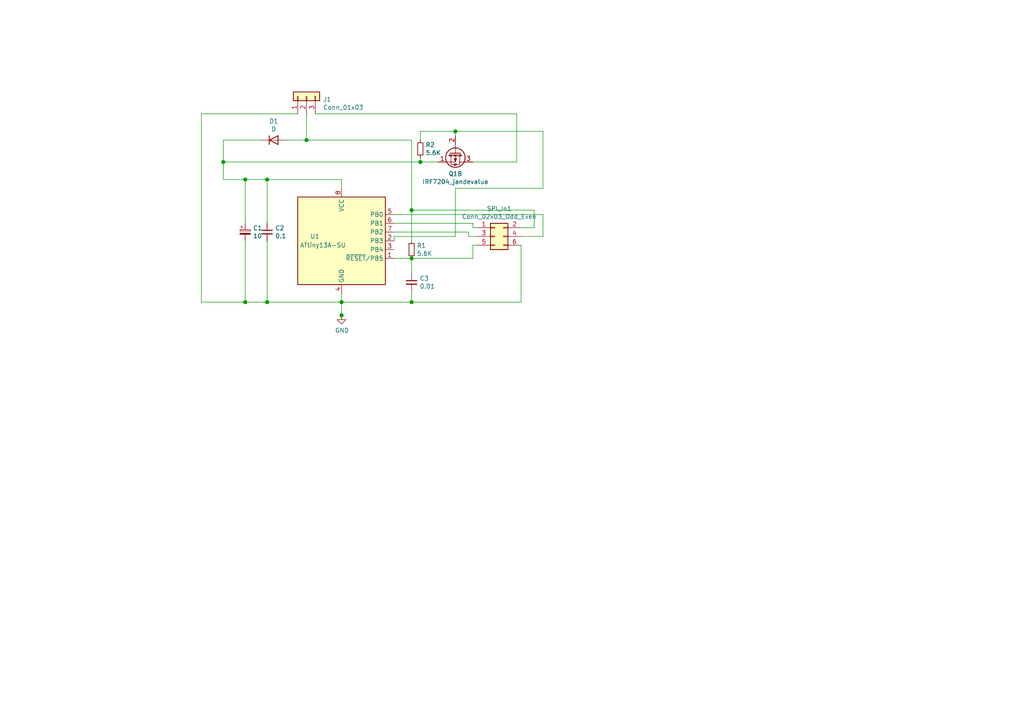
<source format=kicad_sch>
(kicad_sch (version 20201015) (generator eeschema)
  (page 1 1)
  (paper "A4")
  (lib_symbols
    (symbol "Connector_Generic:Conn_01x03" (pin_names (offset 1.016) hide)
      (property "Reference" "J" (at 0 5.08 0))
      (property "Value" "Conn_01x03" (at 0 -5.08 0))
      (symbol "Conn_01x03_1_1"
        (rectangle (start -1.27 -2.413) (end 0 -2.667) (stroke (width 0.1524)))
        (rectangle (start -1.27 2.667) (end 0 2.413) (stroke (width 0.1524)))
        (rectangle (start -1.27 3.81) (end 1.27 -3.81) (stroke (width 0.254)) (fill (type background)))
        (rectangle (start -1.27 0.127) (end 0 -0.127) (stroke (width 0.1524)))
        (pin passive line (at -5.08 2.54 0) (length 3.81) (name "Pin_1") (number "1"))
        (pin passive line (at -5.08 0 0) (length 3.81) (name "Pin_2") (number "2"))
        (pin passive line (at -5.08 -2.54 0) (length 3.81) (name "Pin_3") (number "3"))
      )
    )
    (symbol "Connector_Generic:Conn_02x03_Odd_Even" (pin_names (offset 1.016) hide)
      (property "Reference" "J" (at 1.27 5.08 0))
      (property "Value" "Conn_02x03_Odd_Even" (at 1.27 -5.08 0))
      (symbol "Conn_02x03_Odd_Even_1_1"
        (rectangle (start -1.27 -2.413) (end 0 -2.667) (stroke (width 0.1524)))
        (rectangle (start -1.27 2.667) (end 0 2.413) (stroke (width 0.1524)))
        (rectangle (start -1.27 3.81) (end 3.81 -3.81) (stroke (width 0.254)) (fill (type background)))
        (rectangle (start -1.27 0.127) (end 0 -0.127) (stroke (width 0.1524)))
        (rectangle (start 3.81 -2.413) (end 2.54 -2.667) (stroke (width 0.1524)))
        (rectangle (start 3.81 2.667) (end 2.54 2.413) (stroke (width 0.1524)))
        (rectangle (start 3.81 0.127) (end 2.54 -0.127) (stroke (width 0.1524)))
        (pin passive line (at -5.08 2.54 0) (length 3.81) (name "Pin_1") (number "1"))
        (pin passive line (at 7.62 2.54 180) (length 3.81) (name "Pin_2") (number "2"))
        (pin passive line (at -5.08 0 0) (length 3.81) (name "Pin_3") (number "3"))
        (pin passive line (at 7.62 0 180) (length 3.81) (name "Pin_4") (number "4"))
        (pin passive line (at -5.08 -2.54 0) (length 3.81) (name "Pin_5") (number "5"))
        (pin passive line (at 7.62 -2.54 180) (length 3.81) (name "Pin_6") (number "6"))
      )
    )
    (symbol "Device:C_Small" (pin_numbers hide) (pin_names (offset 0.254) hide)
      (property "Reference" "C" (at 0.254 1.778 0))
      (property "Value" "C_Small" (at 0.254 -2.032 0))
      (symbol "C_Small_0_1"
        (polyline (pts (xy -1.524 -0.508) (xy 1.524 -0.508)) (stroke (width 0.3302)))
        (polyline (pts (xy -1.524 0.508) (xy 1.524 0.508)) (stroke (width 0.3048)))
      )
      (symbol "C_Small_1_1"
        (pin passive line (at 0 2.54 270) (length 2.032) (name "~") (number "1"))
        (pin passive line (at 0 -2.54 90) (length 2.032) (name "~") (number "2"))
      )
    )
    (symbol "Device:D" (pin_numbers hide) (pin_names (offset 1.016) hide)
      (property "Reference" "D" (at 0 2.54 0))
      (property "Value" "D" (at 0 -2.54 0))
      (symbol "D_0_1"
        (polyline (pts (xy -1.27 1.27) (xy -1.27 -1.27)) (stroke (width 0.254)))
        (polyline (pts (xy 1.27 0) (xy -1.27 0)))
        (polyline (pts (xy 1.27 1.27) (xy 1.27 -1.27) (xy -1.27 0) (xy 1.27 1.27)) (stroke (width 0.254)))
      )
      (symbol "D_1_1"
        (pin passive line (at -3.81 0 0) (length 2.54) (name "K") (number "1"))
        (pin passive line (at 3.81 0 180) (length 2.54) (name "A") (number "2"))
      )
    )
    (symbol "Device:R_Small" (pin_numbers hide) (pin_names (offset 0.254) hide)
      (property "Reference" "R" (at 0.762 0.508 0))
      (property "Value" "R_Small" (at 0.762 -1.016 0))
      (symbol "R_Small_0_1"
        (rectangle (start -0.762 1.778) (end 0.762 -1.778) (stroke (width 0.2032)))
      )
      (symbol "R_Small_1_1"
        (pin passive line (at 0 2.54 270) (length 0.762) (name "~") (number "1"))
        (pin passive line (at 0 -2.54 90) (length 0.762) (name "~") (number "2"))
      )
    )
    (symbol "power:GND" (power) (pin_names (offset 0))
      (property "Value" "GND" (at 0 -3.81 0))
      (symbol "GND_0_1"
        (polyline (pts (xy 0 0) (xy 0 -1.27) (xy 1.27 -1.27) (xy 0 -2.54) (xy -1.27 -1.27) (xy 0 -1.27)))
      )
      (symbol "GND_1_1"
        (pin power_in line (at 0 0 270) (length 0) hide (name "GND") (number "1"))
      )
    )
    (symbol "timeoffset-rescue:ATtiny13A-SU-MCU_Microchip_ATtiny"
      (property "Reference" "U" (at -12.7 13.97 0))
      (property "Value" "ATtiny13A-SU-MCU_Microchip_ATtiny" (at 2.54 -13.97 0))
      (symbol "ATtiny13A-SU-MCU_Microchip_ATtiny_0_1"
        (rectangle (start -12.7 -12.7) (end 12.7 12.7) (stroke (width 0.254)) (fill (type background)))
      )
      (symbol "ATtiny13A-SU-MCU_Microchip_ATtiny_1_1"
        (pin bidirectional line (at 15.24 -5.08 180) (length 2.54) (name "~RESET~/PB5") (number "1"))
        (pin bidirectional line (at 15.24 0 180) (length 2.54) (name "PB3") (number "2"))
        (pin bidirectional line (at 15.24 -2.54 180) (length 2.54) (name "PB4") (number "3"))
        (pin power_in line (at 0 -15.24 90) (length 2.54) (name "GND") (number "4"))
        (pin bidirectional line (at 15.24 7.62 180) (length 2.54) (name "PB0") (number "5"))
        (pin bidirectional line (at 15.24 5.08 180) (length 2.54) (name "PB1") (number "6"))
        (pin bidirectional line (at 15.24 2.54 180) (length 2.54) (name "PB2") (number "7"))
        (pin power_in line (at 0 15.24 270) (length 2.54) (name "VCC") (number "8"))
      )
    )
    (symbol "timeoffset-rescue:CP_Small-Device" (pin_numbers hide) (pin_names (offset 0.254) hide)
      (property "Reference" "C" (at 0.254 1.778 0))
      (property "Value" "CP_Small-Device" (at 0.254 -2.032 0))
      (symbol "CP_Small-Device_0_1"
        (rectangle (start -1.524 0.6858) (end 1.524 0.3048))
        (rectangle (start -1.524 -0.3048) (end 1.524 -0.6858) (fill (type outline)))
        (polyline (pts (xy -1.27 1.524) (xy -0.762 1.524)))
        (polyline (pts (xy -1.016 1.27) (xy -1.016 1.778)))
      )
      (symbol "CP_Small-Device_1_1"
        (pin passive line (at 0 2.54 270) (length 1.8542) (name "~") (number "1"))
        (pin passive line (at 0 -2.54 90) (length 1.8542) (name "~") (number "2"))
      )
    )
    (symbol "timeoffset-rescue:IRF7204_jandevalua-7204" (pin_names (offset 0) hide)
      (property "Reference" "Q" (at 5.08 1.905 0))
      (property "Value" "IRF7204_jandevalua-7204" (at 5.08 0 0))
      (symbol "IRF7204_jandevalua-7204_0_1"
        (circle (center 1.27 0) (radius 2.8194) (stroke (width 0.254)))
        (circle (center 2.54 -1.27) (radius 0.127))
        (circle (center 2.54 1.27) (radius 0.127))
        (polyline (pts (xy 0 0) (xy -2.54 0)))
        (polyline (pts (xy 0.635 -1.016) (xy 0.635 -1.651)) (stroke (width 0.508)))
        (polyline (pts (xy 0.635 0.381) (xy 0.635 -0.381)) (stroke (width 0.508)))
        (polyline (pts (xy 0.635 1.651) (xy 0.635 1.016)) (stroke (width 0.508)))
        (polyline (pts (xy 0 1.524) (xy 0 -1.524) (xy 0 -1.524)) (stroke (width 0.254)))
        (polyline (pts (xy 0.762 -1.27) (xy 2.54 -1.27) (xy 2.54 -2.54) (xy 2.54 -2.54)))
        (polyline (pts (xy 0.762 1.27) (xy 2.54 1.27) (xy 2.54 2.54) (xy 2.54 2.54)))
        (polyline (pts (xy 2.54 1.27) (xy 3.302 1.27) (xy 3.302 -1.27) (xy 2.54 -1.27)))
        (polyline (pts (xy 3.683 -0.127) (xy 3.556 -0.254) (xy 3.048 -0.254) (xy 2.921 -0.381)))
        (polyline (pts (xy 0.762 0) (xy 1.27 0) (xy 2.54 0) (xy 2.54 -1.27) (xy 2.54 -1.27)))
        (polyline (pts (xy 2.54 0) (xy 1.524 0.381) (xy 1.524 -0.381) (xy 2.54 0)) (fill (type outline)))
        (polyline (pts (xy 3.048 0.254) (xy 3.556 0.254) (xy 3.302 -0.381) (xy 3.048 0.254)) (fill (type outline)))
      )
      (symbol "IRF7204_jandevalua-7204_1_1"
        (polyline (pts (xy 3.048 -0.254) (xy 3.556 -0.254)))
        (pin passive line (at 2.54 -5.08 90) (length 2.54) (name "S1") (number "1"))
        (pin input line (at -5.08 0 0) (length 2.54) (name "G1") (number "4"))
        (pin passive line (at 2.54 5.08 270) (length 2.54) hide (name "D1") (number "7"))
        (pin passive line (at 2.54 5.08 270) (length 2.54) (name "D1") (number "8"))
      )
      (symbol "IRF7204_jandevalua-7204_2_1"
        (polyline (pts (xy 3.302 -0.381) (xy 3.048 0.254) (xy 3.556 0.254) (xy 3.302 -0.381)) (fill (type outline)))
        (pin passive line (at 2.54 -5.08 90) (length 2.54) (name "S2") (number "1"))
        (pin input line (at -5.08 0 0) (length 2.54) (name "G2") (number "2"))
        (pin passive line (at 2.54 5.08 270) (length 2.54) (name "D2") (number "3"))
      )
    )
  )
  (junction (at 64.77 46.99) (diameter 1.016))
  (junction (at 71.12 52.07) (diameter 1.016))
  (junction (at 71.12 87.63) (diameter 1.016))
  (junction (at 77.47 52.07) (diameter 1.016))
  (junction (at 77.47 87.63) (diameter 1.016))
  (junction (at 88.9 40.64) (diameter 1.016))
  (junction (at 99.06 87.63) (diameter 1.016))
  (junction (at 99.06 91.44) (diameter 1.016))
  (junction (at 119.38 60.96) (diameter 1.016))
  (junction (at 119.38 74.93) (diameter 1.016))
  (junction (at 119.38 87.63) (diameter 1.016))
  (junction (at 121.92 46.99) (diameter 1.016))
  (junction (at 132.08 38.1) (diameter 1.016))
  (wire (pts (xy 58.42 33.02) (xy 58.42 87.63)))
  (wire (pts (xy 58.42 33.02) (xy 86.36 33.02)))
  (wire (pts (xy 58.42 87.63) (xy 71.12 87.63)))
  (wire (pts (xy 64.77 40.64) (xy 64.77 46.99)))
  (wire (pts (xy 64.77 46.99) (xy 64.77 52.07)))
  (wire (pts (xy 64.77 46.99) (xy 121.92 46.99)))
  (wire (pts (xy 64.77 52.07) (xy 71.12 52.07)))
  (wire (pts (xy 71.12 52.07) (xy 71.12 64.77)))
  (wire (pts (xy 71.12 69.85) (xy 71.12 87.63)))
  (wire (pts (xy 71.12 87.63) (xy 77.47 87.63)))
  (wire (pts (xy 75.565 40.64) (xy 64.77 40.64)))
  (wire (pts (xy 77.47 52.07) (xy 71.12 52.07)))
  (wire (pts (xy 77.47 52.07) (xy 77.47 64.77)))
  (wire (pts (xy 77.47 69.85) (xy 77.47 87.63)))
  (wire (pts (xy 77.47 87.63) (xy 99.06 87.63)))
  (wire (pts (xy 88.9 33.02) (xy 88.9 40.64)))
  (wire (pts (xy 88.9 40.64) (xy 83.185 40.64)))
  (wire (pts (xy 99.06 52.07) (xy 77.47 52.07)))
  (wire (pts (xy 99.06 54.61) (xy 99.06 52.07)))
  (wire (pts (xy 99.06 87.63) (xy 99.06 85.09)))
  (wire (pts (xy 99.06 87.63) (xy 99.06 91.44)))
  (wire (pts (xy 99.06 91.44) (xy 99.06 92.71)))
  (wire (pts (xy 114.3 62.23) (xy 157.48 62.23)))
  (wire (pts (xy 114.3 64.77) (xy 137.16 64.77)))
  (wire (pts (xy 114.3 67.31) (xy 135.89 67.31)))
  (wire (pts (xy 114.3 68.58) (xy 114.3 69.85)))
  (wire (pts (xy 114.3 74.93) (xy 119.38 74.93)))
  (wire (pts (xy 119.38 40.64) (xy 88.9 40.64)))
  (wire (pts (xy 119.38 40.64) (xy 119.38 60.96)))
  (wire (pts (xy 119.38 60.96) (xy 119.38 69.85)))
  (wire (pts (xy 119.38 60.96) (xy 154.94 60.96)))
  (wire (pts (xy 119.38 74.93) (xy 119.38 79.375)))
  (wire (pts (xy 119.38 74.93) (xy 137.16 74.93)))
  (wire (pts (xy 119.38 84.455) (xy 119.38 87.63)))
  (wire (pts (xy 119.38 87.63) (xy 99.06 87.63)))
  (wire (pts (xy 121.92 38.1) (xy 132.08 38.1)))
  (wire (pts (xy 121.92 40.64) (xy 121.92 38.1)))
  (wire (pts (xy 121.92 45.72) (xy 121.92 46.99)))
  (wire (pts (xy 121.92 46.99) (xy 127 46.99)))
  (wire (pts (xy 132.08 38.1) (xy 132.08 39.37)))
  (wire (pts (xy 132.08 38.1) (xy 157.48 38.1)))
  (wire (pts (xy 132.08 54.61) (xy 157.48 54.61)))
  (wire (pts (xy 132.08 68.58) (xy 114.3 68.58)))
  (wire (pts (xy 132.08 68.58) (xy 132.08 54.61)))
  (wire (pts (xy 135.89 67.31) (xy 135.89 68.58)))
  (wire (pts (xy 135.89 68.58) (xy 138.43 68.58)))
  (wire (pts (xy 137.16 46.99) (xy 149.86 46.99)))
  (wire (pts (xy 137.16 64.77) (xy 137.16 66.04)))
  (wire (pts (xy 137.16 66.04) (xy 138.43 66.04)))
  (wire (pts (xy 137.16 71.12) (xy 138.43 71.12)))
  (wire (pts (xy 137.16 74.93) (xy 137.16 71.12)))
  (wire (pts (xy 149.86 33.02) (xy 91.44 33.02)))
  (wire (pts (xy 149.86 46.99) (xy 149.86 33.02)))
  (wire (pts (xy 151.13 71.12) (xy 151.13 87.63)))
  (wire (pts (xy 151.13 87.63) (xy 119.38 87.63)))
  (wire (pts (xy 154.94 60.96) (xy 154.94 66.04)))
  (wire (pts (xy 154.94 66.04) (xy 151.13 66.04)))
  (wire (pts (xy 157.48 38.1) (xy 157.48 54.61)))
  (wire (pts (xy 157.48 62.23) (xy 157.48 68.58)))
  (wire (pts (xy 157.48 68.58) (xy 151.13 68.58)))
  (symbol (lib_id "power:GND") (at 99.06 91.44 0) (unit 1)
    (property "Reference" "#PWR0101" (effects hide))
    (property "Value" "GND" (at 99.187 95.8342 0))
  )
  (symbol (lib_id "Device:R_Small") (at 119.38 72.39 0) (unit 1)
    (property "Reference" "R1" (at 120.8786 71.2216 0) (effects (justify left)))
    (property "Value" "5.6K" (at 120.8786 73.533 0) (effects (justify left)))
    (property "Footprint" "Resistor_SMD:R_0603_1608Metric" (effects hide))
  )
  (symbol (lib_id "Device:R_Small") (at 121.92 43.18 0) (unit 1)
    (property "Reference" "R2" (at 123.4186 42.0116 0) (effects (justify left)))
    (property "Value" "5.6K" (at 123.4186 44.323 0) (effects (justify left)))
    (property "Footprint" "Resistor_SMD:R_0603_1608Metric" (effects hide))
  )
  (symbol (lib_id "timeoffset-rescue:CP_Small-Device") (at 71.12 67.31 0) (unit 1)
    (property "Reference" "C1" (at 73.3552 66.1416 0) (effects (justify left)))
    (property "Value" "10" (at 73.3552 68.453 0) (effects (justify left)))
    (property "Footprint" "Capacitor_SMD:C_Elec_4x5.4" (effects hide))
  )
  (symbol (lib_id "Device:C_Small") (at 77.47 67.31 0) (unit 1)
    (property "Reference" "C2" (at 79.8068 66.1416 0) (effects (justify left)))
    (property "Value" "0.1" (at 79.8068 68.453 0) (effects (justify left)))
    (property "Footprint" "Capacitor_SMD:C_0603_1608Metric" (effects hide))
  )
  (symbol (lib_id "Device:C_Small") (at 119.38 81.915 0) (unit 1)
    (property "Reference" "C3" (at 121.7168 80.7466 0) (effects (justify left)))
    (property "Value" "0.01" (at 121.7168 83.058 0) (effects (justify left)))
    (property "Footprint" "Capacitor_SMD:C_0603_1608Metric" (effects hide))
  )
  (symbol (lib_id "Device:D") (at 79.375 40.64 0) (unit 1)
    (property "Reference" "D1" (at 79.375 35.1536 0))
    (property "Value" "D" (at 79.375 37.465 0))
    (property "Footprint" "Diode_SMD:D_SMB" (effects hide))
  )
  (symbol (lib_id "Connector_Generic:Conn_01x03") (at 88.9 27.94 90) (unit 1)
    (property "Reference" "J1" (at 93.6752 28.8544 90) (effects (justify right)))
    (property "Value" "Conn_01x03" (at 93.6752 31.1658 90) (effects (justify right)))
    (property "Footprint" "Connector_PinHeader_2.54mm:PinHeader_1x03_P2.54mm_Vertical" (effects hide))
  )
  (symbol (lib_id "timeoffset-rescue:IRF7204_jandevalua-7204") (at 132.08 44.45 270) (unit 2)
    (property "Reference" "Q1" (at 132.08 50.419 90))
    (property "Value" "IRF7204_jandevalua" (at 132.08 52.7304 90))
    (property "Footprint" "Package_SO:SOIC-8_3.9x4.9mm_P1.27mm" (effects hide))
  )
  (symbol (lib_id "Connector_Generic:Conn_02x03_Odd_Even") (at 143.51 68.58 0) (unit 1)
    (property "Reference" "SPI_In1" (at 144.78 60.5282 0))
    (property "Value" "Conn_02x03_Odd_Even" (at 144.78 62.8396 0))
    (property "Footprint" "Connector_PinHeader_2.54mm:PinHeader_2x03_P2.54mm_Vertical" (effects hide))
  )
  (symbol (lib_id "timeoffset-rescue:ATtiny13A-SU-MCU_Microchip_ATtiny") (at 99.06 69.85 0) (unit 1)
    (property "Reference" "U1" (at 92.71 68.58 0) (effects (justify right)))
    (property "Value" "ATtiny13A-SU" (at 100.33 71.12 0) (effects (justify right)))
    (property "Footprint" "Package_SO:SOIJ-8_5.3x5.3mm_P1.27mm" (effects hide))
    (property "Datasheet" "http://ww1.microchip.com/downloads/en/DeviceDoc/doc8126.pdf" (effects hide))
  )
)
</source>
